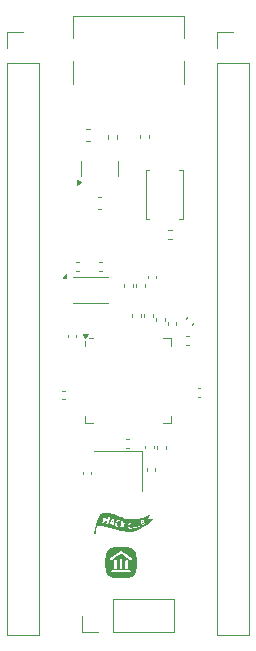
<source format=gbr>
%TF.GenerationSoftware,KiCad,Pcbnew,9.0.5*%
%TF.CreationDate,2025-11-18T21:13:20-05:00*%
%TF.ProjectId,JayBoard,4a617942-6f61-4726-942e-6b696361645f,rev?*%
%TF.SameCoordinates,Original*%
%TF.FileFunction,Legend,Top*%
%TF.FilePolarity,Positive*%
%FSLAX46Y46*%
G04 Gerber Fmt 4.6, Leading zero omitted, Abs format (unit mm)*
G04 Created by KiCad (PCBNEW 9.0.5) date 2025-11-18 21:13:20*
%MOMM*%
%LPD*%
G01*
G04 APERTURE LIST*
%ADD10C,0.000000*%
%ADD11C,0.120000*%
G04 APERTURE END LIST*
D10*
%TO.C,G\u002A\u002A\u002A*%
G36*
X229120602Y-106644016D02*
G01*
X229290280Y-106665331D01*
X229470375Y-106702394D01*
X229660847Y-106755201D01*
X229828036Y-106811436D01*
X229875033Y-106829287D01*
X229934418Y-106853161D01*
X230001355Y-106881037D01*
X230071006Y-106910894D01*
X230138533Y-106940713D01*
X230151055Y-106946357D01*
X230302890Y-107011928D01*
X230443812Y-107065769D01*
X230577257Y-107108621D01*
X230706661Y-107141224D01*
X230835461Y-107164319D01*
X230967094Y-107178646D01*
X231104998Y-107184946D01*
X231252607Y-107183961D01*
X231253537Y-107183934D01*
X231362338Y-107179443D01*
X231458970Y-107172165D01*
X231550172Y-107161282D01*
X231642682Y-107145975D01*
X231743241Y-107125427D01*
X231752814Y-107123315D01*
X231916372Y-107081582D01*
X232084425Y-107028501D01*
X232251437Y-106966172D01*
X232411869Y-106896696D01*
X232560187Y-106822174D01*
X232590097Y-106805617D01*
X232626128Y-106786034D01*
X232655793Y-106771280D01*
X232675423Y-106763095D01*
X232681325Y-106762288D01*
X232678590Y-106771806D01*
X232668143Y-106795785D01*
X232651121Y-106831856D01*
X232628658Y-106877651D01*
X232601891Y-106930802D01*
X232581203Y-106971110D01*
X232552126Y-107028044D01*
X232526621Y-107079337D01*
X232505816Y-107122611D01*
X232490835Y-107155486D01*
X232482806Y-107175584D01*
X232481923Y-107180775D01*
X232492735Y-107182464D01*
X232519859Y-107183969D01*
X232560595Y-107185222D01*
X232612242Y-107186152D01*
X232672101Y-107186690D01*
X232714503Y-107186796D01*
X232777859Y-107186965D01*
X232834383Y-107187439D01*
X232881469Y-107188169D01*
X232916509Y-107189108D01*
X232936897Y-107190207D01*
X232941062Y-107191011D01*
X232933977Y-107201055D01*
X232913992Y-107221366D01*
X232883011Y-107250282D01*
X232842941Y-107286142D01*
X232795686Y-107327285D01*
X232743150Y-107372050D01*
X232687240Y-107418776D01*
X232629861Y-107465801D01*
X232579835Y-107505976D01*
X232420029Y-107628152D01*
X232259711Y-107741373D01*
X232100586Y-107844668D01*
X231944361Y-107937067D01*
X231792742Y-108017598D01*
X231647435Y-108085290D01*
X231510145Y-108139171D01*
X231413814Y-108169835D01*
X231345117Y-108188209D01*
X231283475Y-108201962D01*
X231223969Y-108211701D01*
X231161678Y-108218031D01*
X231091682Y-108221558D01*
X231009060Y-108222888D01*
X230982296Y-108222949D01*
X230858700Y-108221565D01*
X230740145Y-108217159D01*
X230624487Y-108209345D01*
X230509576Y-108197739D01*
X230393265Y-108181958D01*
X230273407Y-108161616D01*
X230147854Y-108136330D01*
X230014459Y-108105714D01*
X229871075Y-108069386D01*
X229715553Y-108026960D01*
X229545747Y-107978053D01*
X229442859Y-107947463D01*
X229351074Y-107920545D01*
X229252995Y-107892907D01*
X229163280Y-107868489D01*
X230091069Y-107868489D01*
X230099917Y-107894110D01*
X230117032Y-107905265D01*
X230140265Y-107903398D01*
X230167470Y-107889949D01*
X230196499Y-107866362D01*
X230225205Y-107834077D01*
X230251442Y-107794536D01*
X230273061Y-107749182D01*
X230274554Y-107745273D01*
X230287279Y-107716804D01*
X230299798Y-107703097D01*
X230312369Y-107700119D01*
X230321201Y-107701483D01*
X230328170Y-107707560D01*
X230334338Y-107721329D01*
X230340766Y-107745769D01*
X230348516Y-107783860D01*
X230355426Y-107820947D01*
X230366008Y-107875150D01*
X230375283Y-107913758D01*
X230384260Y-107940051D01*
X230393949Y-107957303D01*
X230399350Y-107963537D01*
X230428065Y-107981803D01*
X230457638Y-107982606D01*
X230484121Y-107965866D01*
X230484668Y-107965269D01*
X230497225Y-107938571D01*
X230500901Y-107898695D01*
X230496218Y-107848985D01*
X230483699Y-107792788D01*
X230465300Y-107737740D01*
X230831338Y-107737740D01*
X230839116Y-107809300D01*
X230854532Y-107873526D01*
X230871126Y-107914004D01*
X230903806Y-107958179D01*
X230946736Y-107988463D01*
X230996303Y-108003432D01*
X231048889Y-108001665D01*
X231074893Y-107994172D01*
X231110514Y-107974385D01*
X231134954Y-107948059D01*
X231144417Y-107919336D01*
X231144430Y-107918264D01*
X231140601Y-107893751D01*
X231127275Y-107881029D01*
X231101700Y-107878792D01*
X231071125Y-107883561D01*
X231036625Y-107888895D01*
X231012959Y-107887242D01*
X230998666Y-107881578D01*
X230971762Y-107857615D01*
X230949340Y-107819494D01*
X230932787Y-107771816D01*
X230923491Y-107719180D01*
X230922839Y-107666188D01*
X230926157Y-107641163D01*
X230940320Y-107594423D01*
X230961523Y-107564514D01*
X230989124Y-107551895D01*
X231022485Y-107557029D01*
X231034871Y-107562818D01*
X231065781Y-107573577D01*
X231086885Y-107569405D01*
X231096485Y-107552564D01*
X231092880Y-107525322D01*
X231081353Y-107500872D01*
X231070562Y-107488092D01*
X231192572Y-107488092D01*
X231193923Y-107526004D01*
X231198760Y-107577216D01*
X231207091Y-107644073D01*
X231210214Y-107667108D01*
X231217563Y-107721511D01*
X231224566Y-107775021D01*
X231230491Y-107821924D01*
X231234604Y-107856509D01*
X231234992Y-107860025D01*
X231239209Y-107890195D01*
X231245985Y-107911985D01*
X231257756Y-107925960D01*
X231276960Y-107932683D01*
X231306031Y-107932717D01*
X231347407Y-107926625D01*
X231403525Y-107914970D01*
X231438545Y-107907080D01*
X231494577Y-107892052D01*
X231533005Y-107876212D01*
X231555238Y-107858779D01*
X231562684Y-107838970D01*
X231562694Y-107838137D01*
X231554107Y-107824442D01*
X231529948Y-107817290D01*
X231492619Y-107817029D01*
X231453248Y-107822313D01*
X231407333Y-107829355D01*
X231368549Y-107832618D01*
X231340324Y-107832028D01*
X231326088Y-107827511D01*
X231325044Y-107825077D01*
X231323856Y-107795767D01*
X231320655Y-107753445D01*
X231315984Y-107703182D01*
X231310386Y-107650054D01*
X231304406Y-107599133D01*
X231298585Y-107555494D01*
X231293469Y-107524210D01*
X231292146Y-107517961D01*
X231279040Y-107473129D01*
X231263770Y-107439187D01*
X231248721Y-107420143D01*
X231496152Y-107420143D01*
X231499320Y-107445913D01*
X231507882Y-107484788D01*
X231520424Y-107532152D01*
X231535532Y-107583390D01*
X231551792Y-107633886D01*
X231567789Y-107679023D01*
X231582111Y-107714186D01*
X231591924Y-107732804D01*
X231626027Y-107768248D01*
X231669820Y-107792439D01*
X231718043Y-107803740D01*
X231765441Y-107800515D01*
X231786400Y-107793306D01*
X231811502Y-107772680D01*
X231832967Y-107737712D01*
X231848469Y-107693027D01*
X231854618Y-107657590D01*
X231855252Y-107624157D01*
X231852283Y-107579213D01*
X231846246Y-107529804D01*
X231843692Y-107513837D01*
X231827964Y-107438079D01*
X231809812Y-107381092D01*
X231789247Y-107342899D01*
X231766280Y-107323526D01*
X231746337Y-107321564D01*
X231727090Y-107334150D01*
X231718418Y-107362264D01*
X231720365Y-107405603D01*
X231728133Y-107445094D01*
X231738212Y-107494893D01*
X231745648Y-107547646D01*
X231750158Y-107598939D01*
X231751461Y-107644354D01*
X231749277Y-107679478D01*
X231744265Y-107698331D01*
X231725924Y-107714855D01*
X231700153Y-107718716D01*
X231679511Y-107711523D01*
X231668259Y-107699019D01*
X231656090Y-107674360D01*
X231642396Y-107635858D01*
X231626570Y-107581829D01*
X231610056Y-107518749D01*
X231597570Y-107472507D01*
X231585107Y-107431975D01*
X231574048Y-107401310D01*
X231565775Y-107384667D01*
X231565257Y-107384045D01*
X231542383Y-107368555D01*
X231520686Y-107369862D01*
X231504036Y-107385946D01*
X231496304Y-107414784D01*
X231496152Y-107420143D01*
X231248721Y-107420143D01*
X231247917Y-107419126D01*
X231237643Y-107414940D01*
X231222666Y-107420811D01*
X231209344Y-107430672D01*
X231200291Y-107442773D01*
X231194697Y-107461131D01*
X231192572Y-107488092D01*
X231070562Y-107488092D01*
X231052471Y-107466668D01*
X231017872Y-107448504D01*
X230980181Y-107445337D01*
X230942024Y-107456126D01*
X230906028Y-107479826D01*
X230874816Y-107515395D01*
X230851016Y-107561790D01*
X230840952Y-107596369D01*
X230831762Y-107664783D01*
X230831338Y-107737740D01*
X230465300Y-107737740D01*
X230463865Y-107733447D01*
X230440157Y-107680050D01*
X230422935Y-107645721D01*
X230451801Y-107618261D01*
X230484607Y-107583714D01*
X230515100Y-107545676D01*
X230540466Y-107508304D01*
X230557891Y-107475753D01*
X230564561Y-107452179D01*
X230564565Y-107451723D01*
X230559230Y-107426078D01*
X230543322Y-107416084D01*
X230516989Y-107421693D01*
X230480378Y-107442854D01*
X230433634Y-107479517D01*
X230403523Y-107506399D01*
X230375225Y-107531491D01*
X230353782Y-107548425D01*
X230341662Y-107555394D01*
X230340255Y-107552776D01*
X230343946Y-107535414D01*
X230347790Y-107504211D01*
X230351218Y-107464327D01*
X230352830Y-107438545D01*
X230354935Y-107394997D01*
X230355136Y-107365805D01*
X230352672Y-107346346D01*
X230346779Y-107331998D01*
X230336698Y-107318138D01*
X230332076Y-107312591D01*
X230311420Y-107294024D01*
X231887652Y-107294024D01*
X231889345Y-107307321D01*
X231895697Y-107335886D01*
X231905916Y-107376774D01*
X231919206Y-107427040D01*
X231934775Y-107483739D01*
X231951828Y-107543926D01*
X231969573Y-107604655D01*
X231986209Y-107659719D01*
X231998419Y-107669267D01*
X232024453Y-107670638D01*
X232061083Y-107664058D01*
X232099949Y-107651710D01*
X232143395Y-107630426D01*
X232182879Y-107602067D01*
X232213897Y-107570569D01*
X232231947Y-107539869D01*
X232233390Y-107535063D01*
X232234451Y-107499287D01*
X232223673Y-107459457D01*
X232204036Y-107421487D01*
X232178524Y-107391289D01*
X232152987Y-107375639D01*
X232144802Y-107368599D01*
X232149396Y-107353439D01*
X232150702Y-107350945D01*
X232160429Y-107317640D01*
X232160834Y-107278082D01*
X232152513Y-107241032D01*
X232141869Y-107221349D01*
X232121992Y-107203249D01*
X232095968Y-107196637D01*
X232085026Y-107196302D01*
X232049623Y-107200785D01*
X232009261Y-107212743D01*
X231968462Y-107229936D01*
X231931749Y-107250125D01*
X231903644Y-107271070D01*
X231888668Y-107290534D01*
X231887652Y-107294024D01*
X230311420Y-107294024D01*
X230307242Y-107290268D01*
X230283803Y-107281857D01*
X230283513Y-107281856D01*
X230264687Y-107285767D01*
X230250160Y-107298967D01*
X230239093Y-107323653D01*
X230230648Y-107362022D01*
X230223986Y-107416272D01*
X230221517Y-107444341D01*
X230209858Y-107539957D01*
X230190364Y-107624180D01*
X230161104Y-107703693D01*
X230126117Y-107774388D01*
X230105512Y-107816095D01*
X230093483Y-107849344D01*
X230091069Y-107868489D01*
X229163280Y-107868489D01*
X229151960Y-107865408D01*
X229051310Y-107838907D01*
X228954384Y-107814263D01*
X228864522Y-107792337D01*
X228785063Y-107773988D01*
X228719347Y-107760075D01*
X228701392Y-107756631D01*
X228634942Y-107746634D01*
X228556871Y-107738595D01*
X228472993Y-107732809D01*
X228389124Y-107729569D01*
X228311078Y-107729170D01*
X228244670Y-107731906D01*
X228232615Y-107732918D01*
X228160581Y-107739669D01*
X228150390Y-107788812D01*
X228134910Y-107877579D01*
X228121999Y-107980703D01*
X228112133Y-108093642D01*
X228105787Y-108211859D01*
X228105642Y-108215819D01*
X228099572Y-108384550D01*
X228028992Y-108384550D01*
X227958412Y-108384550D01*
X227964504Y-108320385D01*
X227989044Y-108112516D01*
X228022630Y-107915925D01*
X228066488Y-107725829D01*
X228121842Y-107537445D01*
X228155914Y-107441626D01*
X228635983Y-107441626D01*
X228641224Y-107469244D01*
X228655276Y-107485236D01*
X228678194Y-107490932D01*
X228681308Y-107490987D01*
X228717691Y-107482672D01*
X228753132Y-107457263D01*
X228788404Y-107414067D01*
X228813942Y-107371902D01*
X228832431Y-107338358D01*
X228847144Y-107311918D01*
X228855935Y-107296425D01*
X228857432Y-107293993D01*
X228867550Y-107295134D01*
X228889879Y-107302559D01*
X228919562Y-107314180D01*
X228951739Y-107327910D01*
X228981552Y-107341664D01*
X229004141Y-107353355D01*
X229014648Y-107360895D01*
X229014883Y-107361608D01*
X229012842Y-107375096D01*
X229007552Y-107402322D01*
X228999966Y-107438483D01*
X228995871Y-107457235D01*
X228985960Y-107502787D01*
X228980186Y-107533677D01*
X228978555Y-107553803D01*
X228981074Y-107567060D01*
X228987747Y-107577346D01*
X228996077Y-107586047D01*
X229014963Y-107600922D01*
X229033485Y-107603266D01*
X229052627Y-107595305D01*
X229224221Y-107595305D01*
X229230025Y-107625907D01*
X229245784Y-107641858D01*
X229269022Y-107642891D01*
X229297258Y-107628737D01*
X229322143Y-107605900D01*
X229343913Y-107580172D01*
X229361460Y-107556600D01*
X229367029Y-107547615D01*
X229374980Y-107536060D01*
X229386363Y-107530558D01*
X229406513Y-107529941D01*
X229435962Y-107532537D01*
X229466948Y-107536293D01*
X229489336Y-107539977D01*
X229497414Y-107542374D01*
X229496709Y-107552642D01*
X229491261Y-107576056D01*
X229482227Y-107607689D01*
X229481548Y-107609895D01*
X229468377Y-107657064D01*
X229462855Y-107690185D01*
X229464754Y-107712509D01*
X229473278Y-107726736D01*
X229496353Y-107737482D01*
X229525696Y-107732092D01*
X229558484Y-107711131D01*
X229560601Y-107709300D01*
X229575858Y-107694311D01*
X229587398Y-107677615D01*
X229597103Y-107654885D01*
X229606856Y-107621796D01*
X229612803Y-107597577D01*
X229737544Y-107597577D01*
X229743351Y-107676046D01*
X229760622Y-107740393D01*
X229789133Y-107790165D01*
X229828662Y-107824911D01*
X229856369Y-107837937D01*
X229900495Y-107849665D01*
X229935059Y-107848772D01*
X229965111Y-107834799D01*
X229974972Y-107827178D01*
X229995309Y-107806028D01*
X230002193Y-107785132D01*
X230001843Y-107772974D01*
X229998283Y-107755114D01*
X229988696Y-107744605D01*
X229967932Y-107737369D01*
X229952410Y-107733846D01*
X229914006Y-107720980D01*
X229888475Y-107700319D01*
X229885868Y-107696975D01*
X229871127Y-107663186D01*
X229865587Y-107617055D01*
X229868640Y-107562530D01*
X229879677Y-107503555D01*
X229898092Y-107444077D01*
X229923277Y-107388041D01*
X229937112Y-107364279D01*
X229963617Y-107330243D01*
X229989317Y-107314514D01*
X230015998Y-107316564D01*
X230042295Y-107333151D01*
X230069405Y-107352300D01*
X230090005Y-107356557D01*
X230108566Y-107346548D01*
X230112352Y-107342966D01*
X230125587Y-107317495D01*
X230126107Y-107284977D01*
X230115519Y-107250868D01*
X230095432Y-107220623D01*
X230070565Y-107201216D01*
X230033026Y-107189902D01*
X229987630Y-107187647D01*
X229943210Y-107194400D01*
X229922195Y-107202032D01*
X229878459Y-107232241D01*
X229838004Y-107278102D01*
X229802361Y-107336336D01*
X229773060Y-107403662D01*
X229751632Y-107476803D01*
X229739608Y-107552477D01*
X229737544Y-107597577D01*
X229612803Y-107597577D01*
X229617464Y-107578593D01*
X229635970Y-107489829D01*
X229649707Y-107402282D01*
X229658477Y-107319042D01*
X229662080Y-107243201D01*
X229660318Y-107177849D01*
X229652993Y-107126079D01*
X229647724Y-107107742D01*
X229626705Y-107065388D01*
X229601053Y-107040944D01*
X229571904Y-107034207D01*
X229540395Y-107044973D01*
X229507662Y-107073037D01*
X229474842Y-107118195D01*
X229461862Y-107141154D01*
X229447780Y-107167480D01*
X229426432Y-107207022D01*
X229399694Y-107256325D01*
X229369440Y-107311934D01*
X229337544Y-107370393D01*
X229327194Y-107389327D01*
X229297416Y-107444531D01*
X229271016Y-107494928D01*
X229249310Y-107537883D01*
X229233615Y-107570763D01*
X229225248Y-107590933D01*
X229224221Y-107595305D01*
X229052627Y-107595305D01*
X229057893Y-107593115D01*
X229069232Y-107586466D01*
X229085545Y-107575502D01*
X229099198Y-107562909D01*
X229111421Y-107546105D01*
X229123444Y-107522512D01*
X229136499Y-107489548D01*
X229151814Y-107444635D01*
X229170621Y-107385193D01*
X229180510Y-107353151D01*
X229207509Y-107264144D01*
X229228621Y-107191260D01*
X229244098Y-107132629D01*
X229254192Y-107086380D01*
X229259154Y-107050643D01*
X229259235Y-107023546D01*
X229254688Y-107003220D01*
X229245763Y-106987794D01*
X229232712Y-106975397D01*
X229231428Y-106974430D01*
X229213170Y-106962409D01*
X229198587Y-106960415D01*
X229178481Y-106967908D01*
X229172082Y-106970928D01*
X229156458Y-106980209D01*
X229142481Y-106993853D01*
X229127846Y-107015189D01*
X229110249Y-107047547D01*
X229088827Y-107091246D01*
X229067420Y-107136121D01*
X229051546Y-107166057D01*
X229037730Y-107182857D01*
X229022497Y-107188324D01*
X229002371Y-107184262D01*
X228973877Y-107172473D01*
X228951478Y-107162512D01*
X228902126Y-107140802D01*
X228911934Y-107105279D01*
X228916858Y-107066487D01*
X228913720Y-107021877D01*
X228903931Y-106976707D01*
X228888898Y-106936233D01*
X228870031Y-106905710D01*
X228855006Y-106892923D01*
X228826816Y-106882313D01*
X228803231Y-106884344D01*
X228783215Y-106900299D01*
X228765730Y-106931461D01*
X228749742Y-106979112D01*
X228734819Y-107041649D01*
X228721256Y-107100394D01*
X228703938Y-107167584D01*
X228685392Y-107233721D01*
X228672590Y-107275680D01*
X228651720Y-107346176D01*
X228639500Y-107401047D01*
X228635983Y-107441626D01*
X228155914Y-107441626D01*
X228189920Y-107345992D01*
X228255665Y-107184365D01*
X228280034Y-107128970D01*
X228308652Y-107066496D01*
X228339849Y-107000346D01*
X228371957Y-106933923D01*
X228403308Y-106870629D01*
X228432232Y-106813869D01*
X228457062Y-106767045D01*
X228476128Y-106733560D01*
X228478866Y-106729138D01*
X228497343Y-106705670D01*
X228514234Y-106693775D01*
X228526280Y-106694809D01*
X228530284Y-106707760D01*
X228535292Y-106718285D01*
X228546919Y-106716290D01*
X228674502Y-106674585D01*
X228812671Y-106648640D01*
X228961385Y-106638451D01*
X229120602Y-106644016D01*
G37*
G36*
X229562745Y-107214622D02*
G01*
X229565660Y-107238651D01*
X229565840Y-107274270D01*
X229563205Y-107317858D01*
X229560277Y-107346021D01*
X229555271Y-107376213D01*
X229546414Y-107391574D01*
X229529016Y-107395250D01*
X229498389Y-107390384D01*
X229495142Y-107389702D01*
X229467438Y-107384045D01*
X229450379Y-107378900D01*
X229443813Y-107371021D01*
X229447588Y-107357164D01*
X229461551Y-107334084D01*
X229485552Y-107298536D01*
X229490528Y-107291154D01*
X229514691Y-107256418D01*
X229535651Y-107228493D01*
X229550860Y-107210641D01*
X229557176Y-107205808D01*
X229562745Y-107214622D01*
G37*
G36*
X232148279Y-107466357D02*
G01*
X232160567Y-107488591D01*
X232161426Y-107498451D01*
X232156753Y-107526057D01*
X232141125Y-107548141D01*
X232111593Y-107567801D01*
X232082778Y-107581068D01*
X232048220Y-107595507D01*
X232037788Y-107555130D01*
X232030274Y-107526442D01*
X232024180Y-107503834D01*
X232022911Y-107499322D01*
X232027334Y-107484130D01*
X232049999Y-107468933D01*
X232051055Y-107468428D01*
X232090404Y-107455428D01*
X232123852Y-107455020D01*
X232148279Y-107466357D01*
G37*
G36*
X232078682Y-107290411D02*
G01*
X232084749Y-107299420D01*
X232089363Y-107326442D01*
X232076072Y-107354500D01*
X232045771Y-107381803D01*
X232042419Y-107384045D01*
X232021389Y-107397379D01*
X232008325Y-107404852D01*
X232006742Y-107405434D01*
X232001731Y-107397474D01*
X231991974Y-107376960D01*
X231983463Y-107357433D01*
X231963183Y-107309432D01*
X231985315Y-107301018D01*
X232010396Y-107293332D01*
X232040216Y-107286457D01*
X232040913Y-107286325D01*
X232065114Y-107283995D01*
X232078682Y-107290411D01*
G37*
G36*
X230290827Y-109497577D02*
G01*
X230382529Y-109499048D01*
X230470230Y-109501892D01*
X230551971Y-109506138D01*
X230621623Y-109511428D01*
X230739079Y-109524386D01*
X230845927Y-109541231D01*
X230942711Y-109562238D01*
X231029973Y-109587682D01*
X231108257Y-109617840D01*
X231178106Y-109652986D01*
X231240064Y-109693397D01*
X231294673Y-109739347D01*
X231342477Y-109791112D01*
X231384019Y-109848968D01*
X231419842Y-109913189D01*
X231421781Y-109917167D01*
X231448803Y-109979670D01*
X231472570Y-110049040D01*
X231493258Y-110126093D01*
X231511048Y-110211651D01*
X231526115Y-110306531D01*
X231538639Y-110411553D01*
X231545625Y-110487152D01*
X231547670Y-110519365D01*
X231549377Y-110561497D01*
X231550746Y-110611766D01*
X231551777Y-110668387D01*
X231552470Y-110729575D01*
X231552826Y-110793546D01*
X231552845Y-110858517D01*
X231552526Y-110922702D01*
X231551870Y-110984317D01*
X231550877Y-111041578D01*
X231549546Y-111092702D01*
X231547879Y-111135902D01*
X231545874Y-111169396D01*
X231545597Y-111172847D01*
X231534645Y-111285640D01*
X231521357Y-111387709D01*
X231505470Y-111479865D01*
X231486722Y-111562922D01*
X231464850Y-111637692D01*
X231439591Y-111704986D01*
X231410683Y-111765617D01*
X231377862Y-111820397D01*
X231340866Y-111870138D01*
X231308184Y-111906748D01*
X231260918Y-111950477D01*
X231207643Y-111989559D01*
X231147717Y-112024210D01*
X231080496Y-112054648D01*
X231005337Y-112081089D01*
X230921597Y-112103749D01*
X230828632Y-112122846D01*
X230725799Y-112138595D01*
X230612455Y-112151215D01*
X230571638Y-112154812D01*
X230549623Y-112156167D01*
X230517654Y-112157492D01*
X230477496Y-112158763D01*
X230430915Y-112159953D01*
X230379676Y-112161039D01*
X230325546Y-112161995D01*
X230270288Y-112162797D01*
X230215670Y-112163420D01*
X230163457Y-112163838D01*
X230115414Y-112164028D01*
X230073307Y-112163963D01*
X230038902Y-112163620D01*
X230013963Y-112162973D01*
X230009017Y-112162739D01*
X229887747Y-112154872D01*
X229777347Y-112144973D01*
X229677107Y-112132837D01*
X229586317Y-112118255D01*
X229504268Y-112101021D01*
X229430251Y-112080928D01*
X229363557Y-112057769D01*
X229303476Y-112031336D01*
X229249299Y-112001424D01*
X229200316Y-111967824D01*
X229155819Y-111930331D01*
X229131815Y-111906748D01*
X229090690Y-111859506D01*
X229053998Y-111807334D01*
X229021492Y-111749466D01*
X228992923Y-111685136D01*
X228968044Y-111613581D01*
X228956093Y-111569235D01*
X229377975Y-111569235D01*
X229380274Y-111600528D01*
X229392852Y-111628916D01*
X229414275Y-111651801D01*
X229428590Y-111660745D01*
X229454740Y-111673931D01*
X230220000Y-111673931D01*
X230985259Y-111673931D01*
X231011409Y-111660745D01*
X231036902Y-111641792D01*
X231054306Y-111615971D01*
X231062186Y-111585881D01*
X231062024Y-111569235D01*
X231054106Y-111539923D01*
X231036373Y-111515251D01*
X231017106Y-111499577D01*
X230997731Y-111486391D01*
X230220000Y-111486391D01*
X229442268Y-111486391D01*
X229422893Y-111499577D01*
X229397517Y-111521897D01*
X229382683Y-111547729D01*
X229377975Y-111569235D01*
X228956093Y-111569235D01*
X228946607Y-111534034D01*
X228928365Y-111445731D01*
X228913070Y-111347906D01*
X228909062Y-111313502D01*
X229657135Y-111313502D01*
X229670443Y-111339875D01*
X229686868Y-111362001D01*
X229709849Y-111379742D01*
X229735470Y-111390537D01*
X229751149Y-111392621D01*
X229765370Y-111389995D01*
X229783940Y-111383353D01*
X229792396Y-111379434D01*
X229814565Y-111364347D01*
X229830164Y-111343121D01*
X229831854Y-111339875D01*
X229845163Y-111313502D01*
X230125986Y-111313502D01*
X230139294Y-111339875D01*
X230155719Y-111362001D01*
X230178700Y-111379742D01*
X230204321Y-111390537D01*
X230220000Y-111392621D01*
X230234221Y-111389995D01*
X230252791Y-111383353D01*
X230261247Y-111379434D01*
X230283416Y-111364347D01*
X230299015Y-111343121D01*
X230300705Y-111339875D01*
X230314013Y-111313502D01*
X230594837Y-111313502D01*
X230608145Y-111339875D01*
X230624570Y-111362001D01*
X230647551Y-111379742D01*
X230673172Y-111390537D01*
X230688850Y-111392621D01*
X230703072Y-111389995D01*
X230721642Y-111383353D01*
X230730098Y-111379434D01*
X230752267Y-111364347D01*
X230767866Y-111343121D01*
X230769556Y-111339875D01*
X230782864Y-111313502D01*
X230781277Y-110960825D01*
X230780940Y-110887751D01*
X230780616Y-110825485D01*
X230780269Y-110773111D01*
X230779866Y-110729718D01*
X230779372Y-110694389D01*
X230778754Y-110666212D01*
X230777976Y-110644273D01*
X230777005Y-110627657D01*
X230775806Y-110615451D01*
X230774345Y-110606741D01*
X230772588Y-110600612D01*
X230770500Y-110596151D01*
X230768048Y-110592445D01*
X230767430Y-110591605D01*
X230742769Y-110566623D01*
X230714009Y-110552245D01*
X230688850Y-110548689D01*
X230657443Y-110554329D01*
X230629462Y-110570940D01*
X230610271Y-110591605D01*
X230607730Y-110595267D01*
X230605562Y-110599474D01*
X230603732Y-110605139D01*
X230602206Y-110613177D01*
X230600950Y-110624500D01*
X230599930Y-110640023D01*
X230599111Y-110660660D01*
X230598459Y-110687325D01*
X230597939Y-110720932D01*
X230597518Y-110762394D01*
X230597162Y-110812626D01*
X230596835Y-110872541D01*
X230596504Y-110943055D01*
X230596424Y-110960825D01*
X230594837Y-111313502D01*
X230314013Y-111313502D01*
X230312426Y-110960825D01*
X230312089Y-110887751D01*
X230311765Y-110825485D01*
X230311418Y-110773111D01*
X230311015Y-110729718D01*
X230310521Y-110694389D01*
X230309903Y-110666212D01*
X230309125Y-110644273D01*
X230308154Y-110627657D01*
X230306955Y-110615451D01*
X230305494Y-110606741D01*
X230303737Y-110600612D01*
X230301649Y-110596151D01*
X230299197Y-110592445D01*
X230298579Y-110591605D01*
X230273918Y-110566623D01*
X230245158Y-110552245D01*
X230220000Y-110548689D01*
X230188592Y-110554329D01*
X230160611Y-110570940D01*
X230141420Y-110591605D01*
X230138879Y-110595267D01*
X230136711Y-110599474D01*
X230134881Y-110605139D01*
X230133355Y-110613177D01*
X230132099Y-110624500D01*
X230131079Y-110640023D01*
X230130260Y-110660660D01*
X230129608Y-110687325D01*
X230129088Y-110720932D01*
X230128667Y-110762394D01*
X230128311Y-110812626D01*
X230127984Y-110872541D01*
X230127653Y-110943055D01*
X230127573Y-110960825D01*
X230125986Y-111313502D01*
X229845163Y-111313502D01*
X229843575Y-110960825D01*
X229843239Y-110887751D01*
X229842914Y-110825485D01*
X229842567Y-110773111D01*
X229842164Y-110729718D01*
X229841670Y-110694389D01*
X229841052Y-110666212D01*
X229840274Y-110644273D01*
X229839303Y-110627657D01*
X229838104Y-110615451D01*
X229836643Y-110606741D01*
X229834886Y-110600612D01*
X229832798Y-110596151D01*
X229830346Y-110592445D01*
X229829728Y-110591605D01*
X229805067Y-110566623D01*
X229776307Y-110552245D01*
X229751149Y-110548689D01*
X229719741Y-110554329D01*
X229691760Y-110570940D01*
X229672569Y-110591605D01*
X229670028Y-110595267D01*
X229667860Y-110599474D01*
X229666030Y-110605139D01*
X229664504Y-110613177D01*
X229663248Y-110624500D01*
X229662228Y-110640023D01*
X229661409Y-110660660D01*
X229660757Y-110687325D01*
X229660237Y-110720932D01*
X229659816Y-110762394D01*
X229659460Y-110812626D01*
X229659133Y-110872541D01*
X229658802Y-110943055D01*
X229658722Y-110960825D01*
X229657135Y-111313502D01*
X228909062Y-111313502D01*
X228900475Y-111239793D01*
X228894374Y-111172847D01*
X228892329Y-111140634D01*
X228890622Y-111098502D01*
X228889254Y-111048233D01*
X228888222Y-110991612D01*
X228887529Y-110930424D01*
X228887173Y-110866453D01*
X228887154Y-110801482D01*
X228887473Y-110737297D01*
X228888129Y-110675682D01*
X228889122Y-110618421D01*
X228890453Y-110567297D01*
X228890941Y-110554660D01*
X229284114Y-110554660D01*
X229291910Y-110582938D01*
X229307724Y-110608001D01*
X229330719Y-110627062D01*
X229334820Y-110629273D01*
X229354349Y-110638250D01*
X229369222Y-110641746D01*
X229384799Y-110640371D01*
X229399605Y-110636669D01*
X229410346Y-110631434D01*
X229428559Y-110620086D01*
X229452535Y-110603797D01*
X229480563Y-110583739D01*
X229510933Y-110561083D01*
X229519748Y-110554337D01*
X229597495Y-110494699D01*
X229666973Y-110441838D01*
X229729012Y-110395145D01*
X229784441Y-110354007D01*
X229834091Y-110317814D01*
X229878791Y-110285955D01*
X229919370Y-110257818D01*
X229953341Y-110234984D01*
X230006760Y-110200204D01*
X230057015Y-110168551D01*
X230102785Y-110140813D01*
X230142748Y-110117776D01*
X230175582Y-110100226D01*
X230195431Y-110090838D01*
X230206811Y-110086340D01*
X230216994Y-110084082D01*
X230227819Y-110084642D01*
X230241125Y-110088602D01*
X230258752Y-110096541D01*
X230282539Y-110109040D01*
X230314325Y-110126678D01*
X230321064Y-110130458D01*
X230360777Y-110153475D01*
X230403162Y-110179518D01*
X230448926Y-110209085D01*
X230498774Y-110242677D01*
X230553412Y-110280792D01*
X230613546Y-110323931D01*
X230679881Y-110372592D01*
X230753124Y-110427275D01*
X230833980Y-110488480D01*
X230920332Y-110554537D01*
X230956014Y-110581407D01*
X230987374Y-110603945D01*
X231013186Y-110621322D01*
X231032227Y-110632706D01*
X231041941Y-110636989D01*
X231070971Y-110639272D01*
X231100798Y-110632232D01*
X231124242Y-110618934D01*
X231141559Y-110598463D01*
X231152215Y-110571735D01*
X231155600Y-110542531D01*
X231151102Y-110514632D01*
X231143615Y-110498913D01*
X231134330Y-110488442D01*
X231116590Y-110471944D01*
X231091443Y-110450251D01*
X231059943Y-110424191D01*
X231023138Y-110394596D01*
X230982081Y-110362294D01*
X230937822Y-110328116D01*
X230891411Y-110292891D01*
X230843901Y-110257450D01*
X230796342Y-110222621D01*
X230766834Y-110201373D01*
X230689182Y-110146379D01*
X230619524Y-110098205D01*
X230556824Y-110056194D01*
X230500049Y-110019688D01*
X230448166Y-109988031D01*
X230400139Y-109960564D01*
X230354936Y-109936631D01*
X230334352Y-109926407D01*
X230306892Y-109913233D01*
X230286729Y-109904417D01*
X230270668Y-109899089D01*
X230255514Y-109896377D01*
X230238075Y-109895414D01*
X230220204Y-109895316D01*
X230192827Y-109895981D01*
X230172038Y-109898557D01*
X230152735Y-109904092D01*
X230129816Y-109913633D01*
X230128857Y-109914065D01*
X230083457Y-109936039D01*
X230033306Y-109963187D01*
X229977701Y-109995950D01*
X229915941Y-110034765D01*
X229847325Y-110080070D01*
X229771151Y-110132305D01*
X229704263Y-110179400D01*
X229650757Y-110217823D01*
X229597661Y-110256656D01*
X229545924Y-110295156D01*
X229496494Y-110332578D01*
X229450319Y-110368181D01*
X229408346Y-110401220D01*
X229371524Y-110430952D01*
X229340799Y-110456635D01*
X229317121Y-110477524D01*
X229301437Y-110492876D01*
X229295923Y-110499618D01*
X229285173Y-110525957D01*
X229284114Y-110554660D01*
X228890941Y-110554660D01*
X228892120Y-110524097D01*
X228894125Y-110490603D01*
X228894402Y-110487152D01*
X228905626Y-110372362D01*
X228919387Y-110268330D01*
X228935931Y-110174323D01*
X228955502Y-110089604D01*
X228978347Y-110013438D01*
X229004710Y-109945090D01*
X229034839Y-109883823D01*
X229068978Y-109828902D01*
X229107372Y-109779591D01*
X229143251Y-109741815D01*
X229194697Y-109697482D01*
X229251972Y-109658404D01*
X229315928Y-109624249D01*
X229387415Y-109594683D01*
X229467285Y-109569373D01*
X229556388Y-109547988D01*
X229655575Y-109530194D01*
X229701333Y-109523591D01*
X229766223Y-109516166D01*
X229840817Y-109509934D01*
X229923158Y-109504921D01*
X230011287Y-109501153D01*
X230103247Y-109498656D01*
X230197080Y-109497455D01*
X230290827Y-109497577D01*
G37*
D11*
%TO.C,J2*%
X223310000Y-68580000D02*
X223310000Y-116950000D01*
X220550000Y-116950000D02*
X223310000Y-116950000D01*
X220550000Y-68580000D02*
X223310000Y-68580000D01*
X220550000Y-68580000D02*
X220550000Y-116950000D01*
X220550000Y-67310000D02*
X220550000Y-65930000D01*
X220550000Y-65930000D02*
X221930000Y-65930000D01*
%TO.C,U1*%
X227210000Y-91830000D02*
X226970000Y-91500000D01*
X227450000Y-91500000D01*
X227210000Y-91830000D01*
G36*
X227210000Y-91830000D02*
G01*
X226970000Y-91500000D01*
X227450000Y-91500000D01*
X227210000Y-91830000D01*
G37*
X234430000Y-99050000D02*
X234430000Y-98400000D01*
X234430000Y-91830000D02*
X234430000Y-92480000D01*
X233780000Y-99050000D02*
X234430000Y-99050000D01*
X233780000Y-91830000D02*
X234430000Y-91830000D01*
X227860000Y-99050000D02*
X227210000Y-99050000D01*
X227860000Y-91830000D02*
X227510000Y-91830000D01*
X227210000Y-99050000D02*
X227210000Y-98400000D01*
X227210000Y-92480000D02*
X227210000Y-92070000D01*
%TO.C,C4*%
X226420000Y-91767836D02*
X226420000Y-91552164D01*
X225700000Y-91767836D02*
X225700000Y-91552164D01*
%TO.C,C13*%
X227550580Y-74110000D02*
X227269420Y-74110000D01*
X227550580Y-75130000D02*
X227269420Y-75130000D01*
%TO.C,C5*%
X234160000Y-90697836D02*
X234160000Y-90482164D01*
X234880000Y-90697836D02*
X234880000Y-90482164D01*
%TO.C,C6*%
X231510000Y-87497836D02*
X231510000Y-87282164D01*
X232230000Y-87497836D02*
X232230000Y-87282164D01*
%TO.C,J1*%
X226120000Y-66440000D02*
X226120000Y-64540000D01*
X226120000Y-70340000D02*
X226120000Y-68340000D01*
X235520000Y-64540000D02*
X226120000Y-64540000D01*
X235520000Y-66440000D02*
X235520000Y-64540000D01*
X235520000Y-70340000D02*
X235520000Y-68340000D01*
%TO.C,R3*%
X231115000Y-89776359D02*
X231115000Y-90083641D01*
X231875000Y-89776359D02*
X231875000Y-90083641D01*
%TO.C,R2*%
X231830000Y-74606359D02*
X231830000Y-74913641D01*
X232590000Y-74606359D02*
X232590000Y-74913641D01*
%TO.C,C14*%
X228560580Y-79880000D02*
X228279420Y-79880000D01*
X228560580Y-80900000D02*
X228279420Y-80900000D01*
%TO.C,R5*%
X230913641Y-100370000D02*
X230606359Y-100370000D01*
X230913641Y-101130000D02*
X230606359Y-101130000D01*
%TO.C,J4*%
X226900000Y-116710000D02*
X226900000Y-115330000D01*
X228280000Y-116710000D02*
X226900000Y-116710000D01*
X229550000Y-113950000D02*
X234740000Y-113950000D01*
X229550000Y-116710000D02*
X229550000Y-113950000D01*
X229550000Y-116710000D02*
X234740000Y-116710000D01*
X234740000Y-116710000D02*
X234740000Y-113950000D01*
%TO.C,SW1*%
X232300000Y-77620000D02*
X232600000Y-77620000D01*
X232300000Y-81760000D02*
X232300000Y-77620000D01*
X232600000Y-81760000D02*
X232300000Y-81760000D01*
X235140000Y-77620000D02*
X235440000Y-77620000D01*
X235440000Y-77620000D02*
X235440000Y-81760000D01*
X235440000Y-81760000D02*
X235140000Y-81760000D01*
%TO.C,C10*%
X233300000Y-100972164D02*
X233300000Y-101187836D01*
X234020000Y-100972164D02*
X234020000Y-101187836D01*
%TO.C,C11*%
X233185000Y-90367836D02*
X233185000Y-90152164D01*
X233905000Y-90367836D02*
X233905000Y-90152164D01*
%TO.C,R6*%
X234191359Y-82710000D02*
X234498641Y-82710000D01*
X234191359Y-83470000D02*
X234498641Y-83470000D01*
%TO.C,C15*%
X226960000Y-103132164D02*
X226960000Y-103347836D01*
X227680000Y-103132164D02*
X227680000Y-103347836D01*
%TO.C,R7*%
X226386359Y-85430000D02*
X226693641Y-85430000D01*
X226386359Y-86190000D02*
X226693641Y-86190000D01*
%TO.C,C7*%
X232470000Y-86757836D02*
X232470000Y-86542164D01*
X233190000Y-86757836D02*
X233190000Y-86542164D01*
%TO.C,C1*%
X235689190Y-90186693D02*
X235841693Y-90034190D01*
X236198307Y-90695810D02*
X236350810Y-90543307D01*
%TO.C,Y1*%
X232030000Y-101360000D02*
X227910000Y-101360000D01*
X232030000Y-104780000D02*
X232030000Y-101360000D01*
%TO.C,C2*%
X232260000Y-100962164D02*
X232260000Y-101177836D01*
X232980000Y-100962164D02*
X232980000Y-101177836D01*
%TO.C,U4*%
X226120000Y-86630000D02*
X229120000Y-86630000D01*
X226120000Y-88900000D02*
X229120000Y-88900000D01*
X225570000Y-86715000D02*
X225290000Y-86715000D01*
X225570000Y-86435000D01*
X225570000Y-86715000D01*
G36*
X225570000Y-86715000D02*
G01*
X225290000Y-86715000D01*
X225570000Y-86435000D01*
X225570000Y-86715000D01*
G37*
%TO.C,C3*%
X225477836Y-96310000D02*
X225262164Y-96310000D01*
X225477836Y-97030000D02*
X225262164Y-97030000D01*
%TO.C,U2*%
X226810000Y-77490000D02*
X226810000Y-76840000D01*
X226810000Y-77490000D02*
X226810000Y-78140000D01*
X229930000Y-77490000D02*
X229930000Y-76840000D01*
X229930000Y-77490000D02*
X229930000Y-78140000D01*
X226860000Y-78652500D02*
X226530000Y-78892500D01*
X226530000Y-78412500D01*
X226860000Y-78652500D01*
G36*
X226860000Y-78652500D02*
G01*
X226530000Y-78892500D01*
X226530000Y-78412500D01*
X226860000Y-78652500D01*
G37*
%TO.C,C17*%
X228577836Y-85430000D02*
X228362164Y-85430000D01*
X228577836Y-86150000D02*
X228362164Y-86150000D01*
%TO.C,R4*%
X232165000Y-89776359D02*
X232165000Y-90083641D01*
X232925000Y-89776359D02*
X232925000Y-90083641D01*
%TO.C,C8*%
X235742164Y-91655000D02*
X235957836Y-91655000D01*
X235742164Y-92375000D02*
X235957836Y-92375000D01*
%TO.C,C12*%
X230485000Y-87492836D02*
X230485000Y-87277164D01*
X231205000Y-87492836D02*
X231205000Y-87277164D01*
%TO.C,R1*%
X229090000Y-74676359D02*
X229090000Y-74983641D01*
X229850000Y-74676359D02*
X229850000Y-74983641D01*
%TO.C,J3*%
X238330000Y-65930000D02*
X239710000Y-65930000D01*
X238330000Y-67310000D02*
X238330000Y-65930000D01*
X238330000Y-68580000D02*
X238330000Y-116950000D01*
X238330000Y-68580000D02*
X241090000Y-68580000D01*
X238330000Y-116950000D02*
X241090000Y-116950000D01*
X241090000Y-68580000D02*
X241090000Y-116950000D01*
%TO.C,C9*%
X236732164Y-96060000D02*
X236947836Y-96060000D01*
X236732164Y-96780000D02*
X236947836Y-96780000D01*
%TO.C,C16*%
X232385000Y-103047836D02*
X232385000Y-102832164D01*
X233105000Y-103047836D02*
X233105000Y-102832164D01*
%TD*%
M02*

</source>
